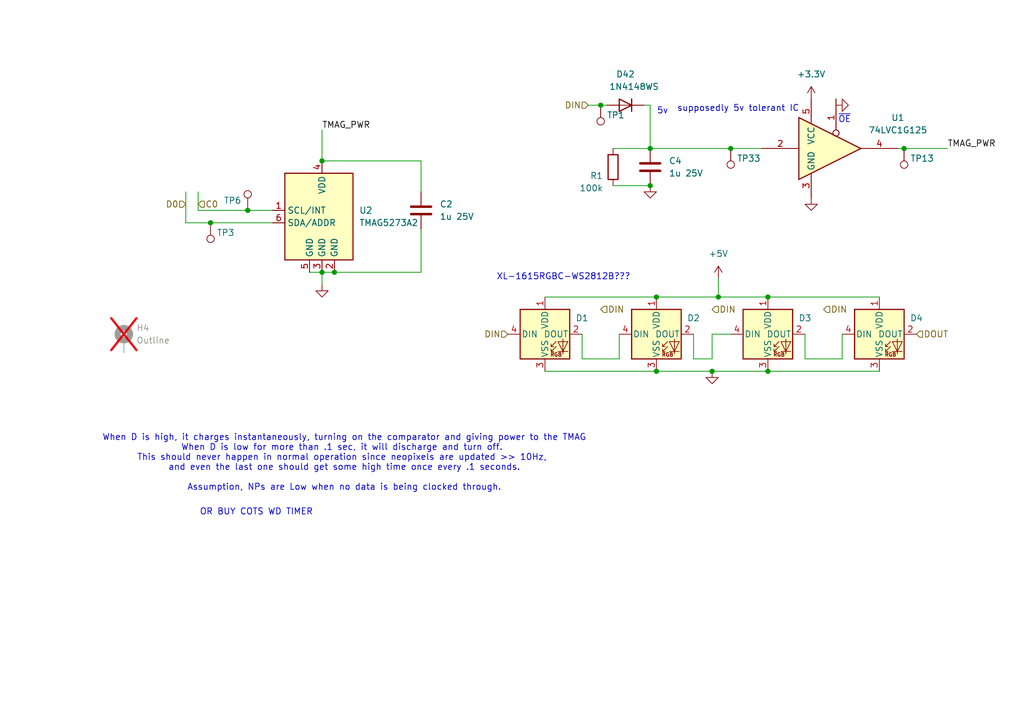
<source format=kicad_sch>
(kicad_sch (version 20231120) (generator "eeschema") (generator_version "8.0")
  (paper "A5")
  (lib_symbols
    (symbol "74xGxx:74LVC1G125"
      (property "Reference" "U" (at -10.16 7.62 0))
      (property "Value" "74LVC1G125" (at 2.54 -7.62 0))
      (symbol "74LVC1G125_0_1"
        (polyline (pts (xy -7.62 6.35) (xy -7.62 -6.35) (xy 5.08 0) (xy -7.62 6.35)) (stroke (width 0.254)) (fill (type background)))
      )
      (symbol "74LVC1G125_1_1"
        (pin input inverted (at 0 10.16 270) (length 7.62) (name "~") (number "1"))
        (pin input line (at -15.24 0 0) (length 7.62) (name "~") (number "2"))
        (pin power_in line (at -5.08 -10.16 90) (length 5.08) (name "GND") (number "3"))
        (pin tri_state line (at 12.7 0 180) (length 7.62) (name "~") (number "4"))
        (pin power_in line (at -5.08 10.16 270) (length 5.08) (name "VCC") (number "5"))
      )
    )
    (symbol "Connector:TestPoint" (pin_numbers hide) (pin_names (offset 0.762) hide)
      (property "Reference" "TP" (at 0 6.858 0))
      (property "Value" "TestPoint" (at 0 5.08 0))
      (symbol "TestPoint_0_1"
        (circle (center 0 3.302) (radius 0.762))
      )
      (symbol "TestPoint_1_1"
        (pin passive line (at 0 0 90) (length 2.54) (name "1") (number "1"))
      )
    )
    (symbol "Device:C" (pin_numbers hide) (pin_names (offset 0.254))
      (property "Reference" "C" (at 0.635 2.54 0))
      (property "Value" "C" (at 0.635 -2.54 0))
      (symbol "C_0_1"
        (polyline (pts (xy -2.032 -0.762) (xy 2.032 -0.762)) (stroke (width 0.508)))
        (polyline (pts (xy -2.032 0.762) (xy 2.032 0.762)) (stroke (width 0.508)))
      )
      (symbol "C_1_1"
        (pin passive line (at 0 3.81 270) (length 2.794) (name "~") (number "1"))
        (pin passive line (at 0 -3.81 90) (length 2.794) (name "~") (number "2"))
      )
    )
    (symbol "Device:D" (pin_numbers hide) (pin_names (offset 1.016) hide)
      (property "Reference" "D" (at 0 2.54 0))
      (property "Value" "D" (at 0 -2.54 0))
      (symbol "D_0_1"
        (polyline (pts (xy -1.27 1.27) (xy -1.27 -1.27)) (stroke (width 0.254)))
        (polyline (pts (xy 1.27 0) (xy -1.27 0)))
        (polyline (pts (xy 1.27 1.27) (xy 1.27 -1.27) (xy -1.27 0) (xy 1.27 1.27)) (stroke (width 0.254)))
      )
      (symbol "D_1_1"
        (pin passive line (at -3.81 0 0) (length 2.54) (name "K") (number "1"))
        (pin passive line (at 3.81 0 180) (length 2.54) (name "A") (number "2"))
      )
    )
    (symbol "Device:R" (pin_numbers hide) (pin_names (offset 0))
      (property "Reference" "R" (at 2.032 0 90))
      (property "Value" "R" (at 0 0 90))
      (symbol "R_0_1"
        (rectangle (start -1.016 -2.54) (end 1.016 2.54) (stroke (width 0.254)))
      )
      (symbol "R_1_1"
        (pin passive line (at 0 3.81 270) (length 1.27) (name "~") (number "1"))
        (pin passive line (at 0 -3.81 90) (length 1.27) (name "~") (number "2"))
      )
    )
    (symbol "LED:WS2812B" (pin_names (offset 0.254))
      (property "Reference" "D" (at 5.08 5.715 0))
      (property "Value" "WS2812B" (at 1.27 -5.715 0))
      (symbol "WS2812B_0_0"
        (text "RGB" (at 2.286 -4.191 0) (effects (font (size 0.762 0.762))))
      )
      (symbol "WS2812B_0_1"
        (polyline (pts (xy 1.27 -3.556) (xy 1.778 -3.556)))
        (polyline (pts (xy 1.27 -2.54) (xy 1.778 -2.54)))
        (polyline (pts (xy 4.699 -3.556) (xy 2.667 -3.556)))
        (polyline (pts (xy 2.286 -2.54) (xy 1.27 -3.556) (xy 1.27 -3.048)))
        (polyline (pts (xy 2.286 -1.524) (xy 1.27 -2.54) (xy 1.27 -2.032)))
        (polyline (pts (xy 3.683 -1.016) (xy 3.683 -3.556) (xy 3.683 -4.064)))
        (polyline (pts (xy 4.699 -1.524) (xy 2.667 -1.524) (xy 3.683 -3.556) (xy 4.699 -1.524)))
        (rectangle (start 5.08 5.08) (end -5.08 -5.08) (stroke (width 0.254)) (fill (type background)))
      )
      (symbol "WS2812B_1_1"
        (pin power_in line (at 0 7.62 270) (length 2.54) (name "VDD") (number "1"))
        (pin output line (at 7.62 0 180) (length 2.54) (name "DOUT") (number "2"))
        (pin power_in line (at 0 -7.62 90) (length 2.54) (name "VSS") (number "3"))
        (pin input line (at -7.62 0 0) (length 2.54) (name "DIN") (number "4"))
      )
    )
    (symbol "Mechanical:MountingHole_Pad" (pin_numbers hide) (pin_names (offset 1.016) hide) (exclude_from_sim yes) (in_bom no)
      (property "Reference" "H" (at 0 6.35 0))
      (property "Value" "MountingHole_Pad" (at 0 4.445 0))
      (symbol "MountingHole_Pad_0_1"
        (circle (center 0 1.27) (radius 1.27) (stroke (width 1.27)))
      )
      (symbol "MountingHole_Pad_1_1"
        (pin input line (at 0 -2.54 90) (length 2.54) (name "1") (number "1"))
      )
    )
    (symbol "Sensor_Magnetic:TLV493D"
      (property "Reference" "U" (at -6.35 11.43 0))
      (property "Value" "TLV493D" (at 5.08 11.43 0))
      (symbol "TLV493D_0_1"
        (rectangle (start -7.62 10.16) (end 6.35 -7.62) (stroke (width 0.254)) (fill (type background)))
      )
      (symbol "TLV493D_1_1"
        (pin bidirectional line (at -10.16 2.54 0) (length 2.54) (name "SCL/INT") (number "1"))
        (pin power_in line (at 2.54 -10.16 90) (length 2.54) (name "GND") (number "2"))
        (pin power_in line (at 0 -10.16 90) (length 2.54) (name "GND") (number "3"))
        (pin power_in line (at 0 12.7 270) (length 2.54) (name "VDD") (number "4"))
        (pin power_in line (at -2.54 -10.16 90) (length 2.54) (name "GND") (number "5"))
        (pin bidirectional line (at -10.16 0 0) (length 2.54) (name "SDA/ADDR") (number "6"))
      )
    )
    (symbol "power:+3.3V" (power) (pin_names (offset 0))
      (property "Value" "+3.3V" (at 0 3.556 0))
      (symbol "+3.3V_0_1"
        (polyline (pts (xy -0.762 1.27) (xy 0 2.54)))
        (polyline (pts (xy 0 0) (xy 0 2.54)))
        (polyline (pts (xy 0 2.54) (xy 0.762 1.27)))
      )
      (symbol "+3.3V_1_1"
        (pin power_in line (at 0 0 90) (length 0) hide (name "+3.3V") (number "1"))
      )
    )
    (symbol "power:+5V" (power) (pin_names (offset 0))
      (property "Value" "+5V" (at 0 3.556 0))
      (symbol "+5V_0_1"
        (polyline (pts (xy -0.762 1.27) (xy 0 2.54)))
        (polyline (pts (xy 0 0) (xy 0 2.54)))
        (polyline (pts (xy 0 2.54) (xy 0.762 1.27)))
      )
      (symbol "+5V_1_1"
        (pin power_in line (at 0 0 90) (length 0) hide (name "+5V") (number "1"))
      )
    )
    (symbol "power:GND" (power) (pin_names (offset 0))
      (property "Value" "GND" (at 0 -3.81 0))
      (symbol "GND_0_1"
        (polyline (pts (xy 0 0) (xy 0 -1.27) (xy 1.27 -1.27) (xy 0 -2.54) (xy -1.27 -1.27) (xy 0 -1.27)))
      )
      (symbol "GND_1_1"
        (pin power_in line (at 0 0 270) (length 0) hide (name "GND") (number "1"))
      )
    )
  )
  (junction (at 185.42 30.48))
  (junction (at 146.05 76.2))
  (junction (at 134.62 76.2))
  (junction (at 50.8 43.18))
  (junction (at 66.04 33.02))
  (junction (at 149.86 30.48))
  (junction (at 134.62 60.96))
  (junction (at 43.18 45.72))
  (junction (at 68.58 55.88))
  (junction (at 123.19 21.59))
  (junction (at 157.48 60.96))
  (junction (at 133.35 30.48))
  (junction (at 147.32 60.96))
  (junction (at 66.04 55.88))
  (junction (at 157.48 76.2))
  (junction (at 133.35 38.1))
  (wire (pts (xy 146.05 76.2) (xy 157.48 76.2)))
  (wire (pts (xy 185.42 30.48) (xy 184.15 30.48)))
  (wire (pts (xy 165.1 73.66) (xy 172.72 73.66)))
  (wire (pts (xy 43.18 45.72) (xy 38.1 45.72)))
  (wire (pts (xy 68.58 55.88) (xy 86.36 55.88)))
  (wire (pts (xy 157.48 76.2) (xy 180.34 76.2)))
  (wire (pts (xy 66.04 26.67) (xy 66.04 33.02)))
  (wire (pts (xy 40.64 39.37) (xy 40.64 43.18)))
  (wire (pts (xy 134.62 76.2) (xy 146.05 76.2)))
  (wire (pts (xy 50.8 43.18) (xy 40.64 43.18)))
  (wire (pts (xy 125.73 30.48) (xy 133.35 30.48)))
  (wire (pts (xy 66.04 33.02) (xy 86.36 33.02)))
  (wire (pts (xy 149.86 30.48) (xy 156.21 30.48)))
  (wire (pts (xy 165.1 73.66) (xy 165.1 68.58)))
  (wire (pts (xy 123.19 21.59) (xy 124.46 21.59)))
  (wire (pts (xy 171.45 21.59) (xy 171.45 20.32)))
  (wire (pts (xy 134.62 60.96) (xy 147.32 60.96)))
  (wire (pts (xy 119.38 73.66) (xy 119.38 68.58)))
  (wire (pts (xy 125.73 38.1) (xy 133.35 38.1)))
  (wire (pts (xy 146.05 73.66) (xy 142.24 73.66)))
  (wire (pts (xy 157.48 60.96) (xy 180.34 60.96)))
  (wire (pts (xy 127 73.66) (xy 127 68.58)))
  (wire (pts (xy 146.05 68.58) (xy 149.86 68.58)))
  (wire (pts (xy 55.88 43.18) (xy 50.8 43.18)))
  (wire (pts (xy 119.38 73.66) (xy 127 73.66)))
  (wire (pts (xy 194.31 30.48) (xy 185.42 30.48)))
  (wire (pts (xy 132.08 21.59) (xy 133.35 21.59)))
  (wire (pts (xy 142.24 73.66) (xy 142.24 68.58)))
  (wire (pts (xy 172.72 73.66) (xy 172.72 68.58)))
  (wire (pts (xy 66.04 55.88) (xy 68.58 55.88)))
  (wire (pts (xy 147.32 57.15) (xy 147.32 60.96)))
  (wire (pts (xy 147.32 60.96) (xy 157.48 60.96)))
  (wire (pts (xy 86.36 46.99) (xy 86.36 55.88)))
  (wire (pts (xy 55.88 45.72) (xy 43.18 45.72)))
  (wire (pts (xy 120.65 21.59) (xy 123.19 21.59)))
  (wire (pts (xy 111.76 60.96) (xy 134.62 60.96)))
  (wire (pts (xy 38.1 39.37) (xy 38.1 45.72)))
  (wire (pts (xy 86.36 33.02) (xy 86.36 39.37)))
  (wire (pts (xy 133.35 21.59) (xy 133.35 30.48)))
  (wire (pts (xy 66.04 55.88) (xy 63.5 55.88)))
  (wire (pts (xy 133.35 30.48) (xy 149.86 30.48)))
  (wire (pts (xy 146.05 73.66) (xy 146.05 68.58)))
  (wire (pts (xy 66.04 55.88) (xy 66.04 58.42)))
  (wire (pts (xy 111.76 76.2) (xy 134.62 76.2)))
  (text "XL-1615RGBC-WS2812B???" (at 115.57 56.896 0) (effects (font (size 1.27 1.27))))
  (text "~{OE}" (at 173.228 24.638 0) (effects (font (size 1.27 1.27))))
  (text "OR BUY COTS WD TIMER" (at 52.578 105.156 0) (effects (font (size 1.27 1.27))))
  (text "When D is high, it charges instantaneously, turning on the comparator and giving power to the TMAG\nWhen D is low for more than .1 sec, it will discharge and turn off. \nThis should never happen in normal operation since neopixels are updated >> 10Hz, \nand even the last one should get some high time once every .1 seconds.\n\nAssumption, NPs are Low when no data is being clocked through." (at 70.612 94.996 0) (effects (font (size 1.27 1.27))))
  (text "5v" (at 135.89 22.86 0) (effects (font (size 1.27 1.27))))
  (text "supposedly 5v tolerant IC" (at 151.384 22.352 0) (effects (font (size 1.27 1.27))))
  (label "TMAG_PWR" (at 194.31 30.48 0))
  (label "TMAG_PWR" (at 66.04 26.67 0))
  (hierarchical_label "C0" (shape input) (at 40.64 41.91 0))
  (hierarchical_label "DIN" (shape input) (at 120.65 21.59 180))
  (hierarchical_label "DIN" (shape input) (at 146.05 63.5 0))
  (hierarchical_label "DIN" (shape input) (at 104.14 68.58 180))
  (hierarchical_label "DOUT" (shape input) (at 187.96 68.58 0))
  (hierarchical_label "DIN" (shape input) (at 168.91 63.5 0))
  (hierarchical_label "D0" (shape input) (at 38.1 41.91 180))
  (hierarchical_label "DIN" (shape input) (at 123.19 63.5 0))
  (symbol (lib_id "power:+5V") (at 147.32 57.15 0) (unit 1)
    (property "Reference" "#PWR032" (effects (hide yes)))
    (property "Value" "+5V" (at 147.32 52.07 0))
    (instances (project "chessboard" (path "" (reference "#PWR032") (unit 1)) (path "" (reference "#PWR023") (unit 1)) (path "" (reference "#PWR034") (unit 1)) (path "" (reference "#PWR041") (unit 1)) (path "" (reference "#PWR048") (unit 1)) (path "" (reference "#PWR055") (unit 1)) (path "" (reference "#PWR066") (unit 1)) (path "" (reference "#PWR077") (unit 1))))
  )
  (symbol (lib_id "LED:WS2812B") (at 134.62 68.58 0) (unit 1)
    (property "Reference" "D2" (at 142.24 65.278 0))
    (property "Value" "XL-2121RGBC-WS2812B" (effects (hide yes)))
    (property "Footprint" "mylibrary:SK6812-MINI-E-no-cut" (effects (hide yes)))
    (property "Datasheet" "https://cdn-shop.adafruit.com/datasheets/WS2812B.pdf" (effects (hide yes)))
    (instances (project "chessboard" (path "" (reference "D2") (unit 1)) (path "" (reference "D6") (unit 1)) (path "" (reference "D10") (unit 1)) (path "" (reference "D14") (unit 1)) (path "" (reference "D18") (unit 1)) (path "" (reference "D22") (unit 1)) (path "" (reference "D26") (unit 1)) (path "" (reference "D30") (unit 1))))
  )
  (symbol (lib_id "power:GND") (at 146.05 76.2 0) (unit 1)
    (property "Reference" "#PWR031" (effects (hide yes)))
    (property "Value" "GND" (effects (hide yes)))
    (instances (project "chessboard" (path "" (reference "#PWR031") (unit 1)) (path "" (reference "#PWR022") (unit 1)) (path "" (reference "#PWR033") (unit 1)) (path "" (reference "#PWR040") (unit 1)) (path "" (reference "#PWR047") (unit 1)) (path "" (reference "#PWR054") (unit 1)) (path "" (reference "#PWR065") (unit 1)) (path "" (reference "#PWR075") (unit 1))))
  )
  (symbol (lib_id "power:GND") (at 166.37 40.64 0) (unit 1)
    (property "Reference" "#PWR026" (effects (hide yes)))
    (property "Value" "GND" (effects (hide yes)))
    (instances (project "chessboard" (path "" (reference "#PWR026") (unit 1)) (path "" (reference "#PWR044") (unit 1)) (path "" (reference "#PWR059") (unit 1)) (path "" (reference "#PWR0112") (unit 1)) (path "" (reference "#PWR0121") (unit 1)) (path "" (reference "#PWR0130") (unit 1)) (path "" (reference "#PWR0139") (unit 1)) (path "" (reference "#PWR0148") (unit 1))))
  )
  (symbol (lib_id "Device:D") (at 128.27 21.59 180) (unit 1)
    (property "Reference" "D42" (at 128.27 15.24 0))
    (property "Value" "1N4148WS" (at 130.048 17.78 0))
    (property "Footprint" "Diode_SMD:D_SOD-323_HandSoldering" (effects (hide yes)))
    (property "Description" "Diode" (effects (hide yes)))
    (property "Sim.Device" "D" (effects (hide yes)))
    (property "Sim.Pins" "1=K 2=A" (effects (hide yes)))
    (instances (project "chessboard" (path "" (reference "D42") (unit 1)) (path "" (reference "D45") (unit 1)) (path "" (reference "D48") (unit 1)) (path "" (reference "D51") (unit 1)) (path "" (reference "D54") (unit 1)) (path "" (reference "D57") (unit 1)) (path "" (reference "D60") (unit 1)) (path "" (reference "D63") (unit 1))))
  )
  (symbol (lib_id "Device:C") (at 133.35 34.29 0) (unit 1)
    (property "Reference" "C4" (at 137.16 33.0199 0) (effects (justify left)))
    (property "Value" "1u 25V" (at 137.16 35.5599 0) (effects (justify left)))
    (property "Footprint" "Capacitor_SMD:C_0402_1005Metric" (effects (hide yes)))
    (property "Description" "Unpolarized capacitor" (effects (hide yes)))
    (instances (project "chessboard" (path "" (reference "C4") (unit 1)) (path "" (reference "C7") (unit 1)) (path "" (reference "C8") (unit 1)) (path "" (reference "C10") (unit 1)) (path "" (reference "C12") (unit 1)) (path "" (reference "C14") (unit 1)) (path "" (reference "C16") (unit 1)) (path "" (reference "C18") (unit 1))))
  )
  (symbol (lib_id "LED:WS2812B") (at 180.34 68.58 0) (unit 1)
    (property "Reference" "D4" (at 187.96 65.278 0))
    (property "Value" "XL-2121RGBC-WS2812B" (effects (hide yes)))
    (property "Footprint" "mylibrary:SK6812-MINI-E-no-cut" (effects (hide yes)))
    (property "Datasheet" "https://cdn-shop.adafruit.com/datasheets/WS2812B.pdf" (effects (hide yes)))
    (instances (project "chessboard" (path "" (reference "D4") (unit 1)) (path "" (reference "D8") (unit 1)) (path "" (reference "D12") (unit 1)) (path "" (reference "D16") (unit 1)) (path "" (reference "D20") (unit 1)) (path "" (reference "D24") (unit 1)) (path "" (reference "D28") (unit 1)) (path "" (reference "D32") (unit 1))))
  )
  (symbol (lib_id "Connector:TestPoint") (at 123.19 21.59 180) (unit 1)
    (property "Reference" "TP1" (at 124.46 23.622 0) (effects (justify right)))
    (property "Value" "TestPoint" (effects (hide yes)))
    (property "Footprint" "TestPoint:TestPoint_THTPad_D1.0mm_Drill0.5mm" (effects (hide yes)))
    (property "Description" "test point" (effects (hide yes)))
    (instances (project "chessboard" (path "" (reference "TP1") (unit 1)) (path "" (reference "TP2") (unit 1)) (path "" (reference "TP4") (unit 1)) (path "" (reference "TP5") (unit 1)) (path "" (reference "TP7") (unit 1)) (path "" (reference "TP8") (unit 1)) (path "" (reference "TP10") (unit 1)) (path "" (reference "TP11") (unit 1))))
  )
  (symbol (lib_id "Connector:TestPoint") (at 149.86 30.48 180) (unit 1)
    (property "Reference" "TP33" (at 151.13 32.512 0) (effects (justify right)))
    (property "Value" "TestPoint" (effects (hide yes)))
    (property "Footprint" "TestPoint:TestPoint_THTPad_D1.0mm_Drill0.5mm" (effects (hide yes)))
    (property "Description" "test point" (effects (hide yes)))
    (instances (project "chessboard" (path "" (reference "TP33") (unit 1)) (path "" (reference "TP34") (unit 1)) (path "" (reference "TP35") (unit 1)) (path "" (reference "TP36") (unit 1)) (path "" (reference "TP37") (unit 1)) (path "" (reference "TP38") (unit 1)) (path "" (reference "TP39") (unit 1)) (path "" (reference "TP40") (unit 1))))
  )
  (symbol (lib_id "LED:WS2812B") (at 157.48 68.58 0) (unit 1)
    (property "Reference" "D3" (at 165.1 65.278 0))
    (property "Value" "XL-2121RGBC-WS2812B" (effects (hide yes)))
    (property "Footprint" "mylibrary:SK6812-MINI-E-no-cut" (effects (hide yes)))
    (property "Datasheet" "https://cdn-shop.adafruit.com/datasheets/WS2812B.pdf" (effects (hide yes)))
    (instances (project "chessboard" (path "" (reference "D3") (unit 1)) (path "" (reference "D7") (unit 1)) (path "" (reference "D11") (unit 1)) (path "" (reference "D15") (unit 1)) (path "" (reference "D19") (unit 1)) (path "" (reference "D23") (unit 1)) (path "" (reference "D27") (unit 1)) (path "" (reference "D31") (unit 1))))
  )
  (symbol (lib_id "LED:WS2812B") (at 111.76 68.58 0) (unit 1)
    (property "Reference" "D1" (at 119.38 65.278 0))
    (property "Value" "XL-2121RGBC-WS2812B" (effects (hide yes)))
    (property "Footprint" "mylibrary:SK6812-MINI-E-no-cut" (effects (hide yes)))
    (property "Datasheet" "https://cdn-shop.adafruit.com/datasheets/WS2812B.pdf" (effects (hide yes)))
    (instances (project "chessboard" (path "" (reference "D1") (unit 1)) (path "" (reference "D5") (unit 1)) (path "" (reference "D9") (unit 1)) (path "" (reference "D13") (unit 1)) (path "" (reference "D17") (unit 1)) (path "" (reference "D21") (unit 1)) (path "" (reference "D25") (unit 1)) (path "" (reference "D29") (unit 1))))
  )
  (symbol (lib_id "Device:R") (at 125.73 34.29 0) (mirror x) (unit 1)
    (property "Reference" "R1" (at 123.698 36.068 0) (effects (justify right)))
    (property "Value" "100k" (at 123.698 38.608 0) (effects (justify right)))
    (property "Footprint" "Resistor_SMD:R_0402_1005Metric_Pad0.72x0.64mm_HandSolder" (effects (hide yes)))
    (property "Description" "Resistor" (effects (hide yes)))
    (instances (project "chessboard" (path "" (reference "R1") (unit 1)) (path "" (reference "R9") (unit 1)) (path "" (reference "R15") (unit 1)) (path "" (reference "R21") (unit 1)) (path "" (reference "R35") (unit 1)) (path "" (reference "R37") (unit 1)) (path "" (reference "R39") (unit 1)) (path "" (reference "R41") (unit 1))))
  )
  (symbol (lib_id "power:GND") (at 171.45 21.59 90) (unit 1)
    (property "Reference" "#PWR027" (effects (hide yes)))
    (property "Value" "GND" (effects (hide yes)))
    (instances (project "chessboard" (path "" (reference "#PWR027") (unit 1)) (path "" (reference "#PWR045") (unit 1)) (path "" (reference "#PWR064") (unit 1)) (path "" (reference "#PWR0113") (unit 1)) (path "" (reference "#PWR0122") (unit 1)) (path "" (reference "#PWR0131") (unit 1)) (path "" (reference "#PWR0140") (unit 1)) (path "" (reference "#PWR0149") (unit 1))))
  )
  (symbol (lib_id "Device:C") (at 86.36 43.18 0) (unit 1)
    (property "Reference" "C2" (at 90.17 41.91 0) (effects (justify left)))
    (property "Value" "1u 25V" (at 90.17 44.45 0) (effects (justify left)))
    (property "Footprint" "Capacitor_SMD:C_0402_1005Metric_Pad0.74x0.62mm_HandSolder" (effects (hide yes)))
    (instances (project "chessboard" (path "" (reference "C2") (unit 1)) (path "" (reference "C6") (unit 1)) (path "" (reference "C9") (unit 1)) (path "" (reference "C11") (unit 1)) (path "" (reference "C13") (unit 1)) (path "" (reference "C15") (unit 1)) (path "" (reference "C17") (unit 1)) (path "" (reference "C19") (unit 1))))
  )
  (symbol (lib_id "power:GND") (at 66.04 58.42 0) (unit 1)
    (property "Reference" "#PWR030" (effects (hide yes)))
    (property "Value" "GND" (effects (hide yes)))
    (instances (project "chessboard" (path "" (reference "#PWR030") (unit 1)) (path "" (reference "#PWR021") (unit 1)) (path "" (reference "#PWR028") (unit 1)) (path "" (reference "#PWR039") (unit 1)) (path "" (reference "#PWR046") (unit 1)) (path "" (reference "#PWR053") (unit 1)) (path "" (reference "#PWR060") (unit 1)) (path "" (reference "#PWR071") (unit 1))))
  )
  (symbol (lib_id "Connector:TestPoint") (at 50.8 43.18 0) (unit 1)
    (property "Reference" "TP6" (at 49.53 41.148 0) (effects (justify right)))
    (property "Value" "TestPoint" (effects (hide yes)))
    (property "Footprint" "TestPoint:TestPoint_THTPad_D1.0mm_Drill0.5mm" (effects (hide yes)))
    (property "Description" "test point" (effects (hide yes)))
    (instances (project "chessboard" (path "" (reference "TP6") (unit 1)) (path "" (reference "TP12") (unit 1)) (path "" (reference "TP18") (unit 1)) (path "" (reference "TP24") (unit 1)) (path "" (reference "TP26") (unit 1)) (path "" (reference "TP28") (unit 1)) (path "" (reference "TP30") (unit 1)) (path "" (reference "TP32") (unit 1))))
  )
  (symbol (lib_id "power:GND") (at 133.35 38.1 0) (unit 1)
    (property "Reference" "#PWR020" (effects (hide yes)))
    (property "Value" "GND" (effects (hide yes)))
    (instances (project "chessboard" (path "" (reference "#PWR020") (unit 1)) (path "" (reference "#PWR038") (unit 1)) (path "" (reference "#PWR056") (unit 1)) (path "" (reference "#PWR076") (unit 1)) (path "" (reference "#PWR0118") (unit 1)) (path "" (reference "#PWR0127") (unit 1)) (path "" (reference "#PWR0136") (unit 1)) (path "" (reference "#PWR0145") (unit 1))))
  )
  (symbol (lib_id "Connector:TestPoint") (at 43.18 45.72 180) (unit 1)
    (property "Reference" "TP3" (at 44.45 47.752 0) (effects (justify right)))
    (property "Value" "TestPoint" (effects (hide yes)))
    (property "Footprint" "TestPoint:TestPoint_THTPad_D1.0mm_Drill0.5mm" (effects (hide yes)))
    (property "Description" "test point" (effects (hide yes)))
    (instances (project "chessboard" (path "" (reference "TP3") (unit 1)) (path "" (reference "TP9") (unit 1)) (path "" (reference "TP15") (unit 1)) (path "" (reference "TP21") (unit 1)) (path "" (reference "TP25") (unit 1)) (path "" (reference "TP27") (unit 1)) (path "" (reference "TP29") (unit 1)) (path "" (reference "TP31") (unit 1))))
  )
  (symbol (lib_id "power:+3.3V") (at 166.37 20.32 0) (unit 1)
    (property "Reference" "#PWR025" (effects (hide yes)))
    (property "Value" "+3.3V" (at 166.37 15.24 0))
    (instances (project "chessboard" (path "" (reference "#PWR025") (unit 1)) (path "" (reference "#PWR043") (unit 1)) (path "" (reference "#PWR058") (unit 1)) (path "" (reference "#PWR0111") (unit 1)) (path "" (reference "#PWR0120") (unit 1)) (path "" (reference "#PWR0129") (unit 1)) (path "" (reference "#PWR0138") (unit 1)) (path "" (reference "#PWR0147") (unit 1))))
  )
  (symbol (lib_id "Sensor_Magnetic:TLV493D") (at 66.04 45.72 0) (unit 1)
    (property "Reference" "U2" (at 73.66 43.1799 0) (effects (justify left)))
    (property "Value" "TMAG5273A2" (at 73.66 45.7199 0) (effects (justify left)))
    (property "Footprint" "Package_TO_SOT_SMD:SOT-23-6" (effects (hide yes)))
    (property "Datasheet" "http://www.infineon.com/dgdl/Infineon-TLV493D-A1B6-DS-v01_00-EN.pdf?fileId=5546d462525dbac40152a6b85c760e80" (effects (hide yes)))
    (property "LCSC" "C3715882" (effects (hide yes)))
    (instances (project "chessboard" (path "" (reference "U2") (unit 1)) (path "" (reference "U3") (unit 1)) (path "" (reference "U5") (unit 1)) (path "" (reference "U7") (unit 1)) (path "" (reference "U9") (unit 1)) (path "" (reference "U13") (unit 1)) (path "" (reference "U15") (unit 1)) (path "" (reference "U17") (unit 1))))
  )
  (symbol (lib_id "Connector:TestPoint") (at 185.42 30.48 180) (unit 1)
    (property "Reference" "TP13" (at 186.69 32.512 0) (effects (justify right)))
    (property "Value" "TestPoint" (effects (hide yes)))
    (property "Footprint" "TestPoint:TestPoint_THTPad_D1.0mm_Drill0.5mm" (effects (hide yes)))
    (property "Description" "test point" (effects (hide yes)))
    (instances (project "chessboard" (path "" (reference "TP13") (unit 1)) (path "" (reference "TP14") (unit 1)) (path "" (reference "TP16") (unit 1)) (path "" (reference "TP17") (unit 1)) (path "" (reference "TP19") (unit 1)) (path "" (reference "TP20") (unit 1)) (path "" (reference "TP22") (unit 1)) (path "" (reference "TP23") (unit 1))))
  )
  (symbol (lib_id "Mechanical:MountingHole_Pad") (at 25.4 69.85 0) (unit 1) (exclude_from_sim yes) (in_bom no) (dnp yes)
    (property "Reference" "H4" (at 27.94 67.3099 0) (effects (justify left)))
    (property "Value" "Outline" (at 27.94 69.8499 0) (effects (justify left)))
    (property "Footprint" "mylibrary:outline" (effects (hide yes)))
    (property "Description" "Mounting Hole with connection" (effects (hide yes)))
    (instances (project "chessboard" (path "" (reference "H4") (unit 1)) (path "" (reference "H5") (unit 1)) (path "" (reference "H6") (unit 1)) (path "" (reference "H7") (unit 1)) (path "" (reference "H8") (unit 1)) (path "" (reference "H9") (unit 1)) (path "" (reference "H10") (unit 1)) (path "" (reference "H11") (unit 1))))
  )
  (symbol (lib_id "74xGxx:74LVC1G125") (at 171.45 30.48 0) (unit 1)
    (property "Reference" "U1" (at 184.15 24.1614 0))
    (property "Value" "74LVC1G125" (at 184.15 26.7014 0))
    (property "Footprint" "Package_TO_SOT_SMD:SOT-353_SC-70-5" (effects (hide yes)))
    (property "Datasheet" "https://www.ti.com/lit/ds/symlink/sn74lvc1g125.pdf" (effects (hide yes)))
    (property "Description" "Single Buffer Gate Tri-State, Low-Voltage CMOS" (effects (hide yes)))
    (instances (project "chessboard" (path "" (reference "U1") (unit 1)) (path "" (reference "U4") (unit 1)) (path "" (reference "U6") (unit 1)) (path "" (reference "U8") (unit 1)) (path "" (reference "U11") (unit 1)) (path "" (reference "U12") (unit 1)) (path "" (reference "U14") (unit 1)) (path "" (reference "U16") (unit 1))))
  )
)
</source>
